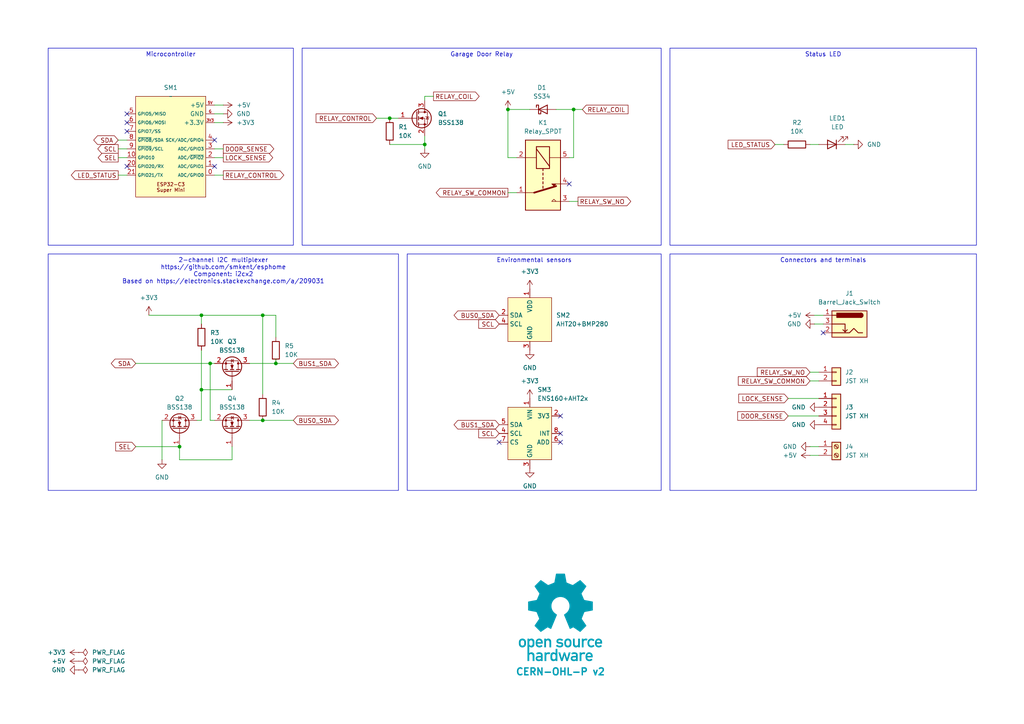
<source format=kicad_sch>
(kicad_sch (version 20231120) (generator "eeschema") (generator_version "8.0")
  (paper "A4")
  (lib_symbols
    (symbol "AHT20+BMP280_1"
      (property "Reference" "SM" (at 15.24 1.27 0))
      (property "Value" "AHT20+BMP280" (at 15.24 -1.27 0))
      (symbol "AHT20+BMP280_1_0_1"
        (rectangle (start -6.35 6.35) (end 6.35 -6.35) (fill (type background)))
      )
      (symbol "AHT20+BMP280_1_1_1"
        (pin power_in line (at 0 8.89 270) (length 2.54) (name "VDD") (number "1"))
        (pin bidirectional line (at -8.89 1.27 0) (length 2.54) (name "SDA") (number "2"))
        (pin power_in line (at 0 -8.89 90) (length 2.54) (name "GND") (number "3"))
        (pin input line (at -8.89 -1.27 0) (length 2.54) (name "SCL") (number "4"))
      )
    )
    (symbol "Connector:Barrel_Jack_Switch" (pin_names hide)
      (property "Reference" "J" (at 0 5.334 0))
      (property "Value" "Barrel_Jack_Switch" (at 0 -5.08 0))
      (symbol "Barrel_Jack_Switch_0_1"
        (rectangle (start -5.08 3.81) (end 5.08 -3.81) (stroke (width 0.254)) (fill (type background)))
        (arc (start -3.302 3.175) (mid -3.9343 2.54) (end -3.302 1.905) (stroke (width 0.254)))
        (arc (start -3.302 3.175) (mid -3.9343 2.54) (end -3.302 1.905) (stroke (width 0.254)) (fill (type outline)))
        (polyline (pts (xy 1.27 -2.286) (xy 1.905 -1.651)) (stroke (width 0.254)))
        (polyline (pts (xy 5.08 2.54) (xy 3.81 2.54)) (stroke (width 0.254)))
        (polyline (pts (xy 5.08 0) (xy 1.27 0) (xy 1.27 -2.286) (xy 0.635 -1.651)) (stroke (width 0.254)))
        (polyline (pts (xy -3.81 -2.54) (xy -2.54 -2.54) (xy -1.27 -1.27) (xy 0 -2.54) (xy 2.54 -2.54) (xy 5.08 -2.54)) (stroke (width 0.254)))
        (rectangle (start 3.683 3.175) (end -3.302 1.905) (stroke (width 0.254)) (fill (type outline)))
      )
      (symbol "Barrel_Jack_Switch_1_1"
        (pin passive line (at 7.62 2.54 180) (length 2.54) (name "~") (number "1"))
        (pin passive line (at 7.62 -2.54 180) (length 2.54) (name "~") (number "2"))
        (pin passive line (at 7.62 0 180) (length 2.54) (name "~") (number "3"))
      )
    )
    (symbol "Connector:Screw_Terminal_01x02" (pin_names (offset 1.016) hide)
      (property "Reference" "J" (at 0 2.54 0))
      (property "Value" "Screw_Terminal_01x02" (at 0 -5.08 0))
      (symbol "Screw_Terminal_01x02_1_1"
        (rectangle (start -1.27 1.27) (end 1.27 -3.81) (stroke (width 0.254)) (fill (type background)))
        (circle (center 0 -2.54) (radius 0.635) (stroke (width 0.1524)))
        (polyline (pts (xy -0.5334 -2.2098) (xy 0.3302 -3.048)) (stroke (width 0.1524)))
        (polyline (pts (xy -0.5334 0.3302) (xy 0.3302 -0.508)) (stroke (width 0.1524)))
        (polyline (pts (xy -0.3556 -2.032) (xy 0.508 -2.8702)) (stroke (width 0.1524)))
        (polyline (pts (xy -0.3556 0.508) (xy 0.508 -0.3302)) (stroke (width 0.1524)))
        (circle (center 0 0) (radius 0.635) (stroke (width 0.1524)))
        (pin passive line (at -5.08 0 0) (length 3.81) (name "Pin_1") (number "1"))
        (pin passive line (at -5.08 -2.54 0) (length 3.81) (name "Pin_2") (number "2"))
      )
    )
    (symbol "Connector_Generic:Conn_01x02" (pin_names (offset 1.016) hide)
      (property "Reference" "J" (at 0 2.54 0))
      (property "Value" "Conn_01x02" (at 0 -5.08 0))
      (symbol "Conn_01x02_1_1"
        (rectangle (start -1.27 -2.413) (end 0 -2.667) (stroke (width 0.1524)))
        (rectangle (start -1.27 0.127) (end 0 -0.127) (stroke (width 0.1524)))
        (rectangle (start -1.27 1.27) (end 1.27 -3.81) (stroke (width 0.254)) (fill (type background)))
        (pin passive line (at -5.08 0 0) (length 3.81) (name "Pin_1") (number "1"))
        (pin passive line (at -5.08 -2.54 0) (length 3.81) (name "Pin_2") (number "2"))
      )
    )
    (symbol "Connector_Generic:Conn_01x04" (pin_names (offset 1.016) hide)
      (property "Reference" "J" (at 0 5.08 0))
      (property "Value" "Conn_01x04" (at 0 -7.62 0))
      (symbol "Conn_01x04_1_1"
        (rectangle (start -1.27 -4.953) (end 0 -5.207) (stroke (width 0.1524)))
        (rectangle (start -1.27 -2.413) (end 0 -2.667) (stroke (width 0.1524)))
        (rectangle (start -1.27 0.127) (end 0 -0.127) (stroke (width 0.1524)))
        (rectangle (start -1.27 2.667) (end 0 2.413) (stroke (width 0.1524)))
        (rectangle (start -1.27 3.81) (end 1.27 -6.35) (stroke (width 0.254)) (fill (type background)))
        (pin passive line (at -5.08 2.54 0) (length 3.81) (name "Pin_1") (number "1"))
        (pin passive line (at -5.08 0 0) (length 3.81) (name "Pin_2") (number "2"))
        (pin passive line (at -5.08 -2.54 0) (length 3.81) (name "Pin_3") (number "3"))
        (pin passive line (at -5.08 -5.08 0) (length 3.81) (name "Pin_4") (number "4"))
      )
    )
    (symbol "Device:LED" (pin_numbers hide) (pin_names (offset 1.016) hide)
      (property "Reference" "D" (at 0 2.54 0))
      (property "Value" "LED" (at 0 -2.54 0))
      (symbol "LED_0_1"
        (polyline (pts (xy -1.27 -1.27) (xy -1.27 1.27)) (stroke (width 0.254)))
        (polyline (pts (xy -1.27 0) (xy 1.27 0)))
        (polyline (pts (xy 1.27 -1.27) (xy 1.27 1.27) (xy -1.27 0) (xy 1.27 -1.27)) (stroke (width 0.254)))
        (polyline (pts (xy -3.048 -0.762) (xy -4.572 -2.286) (xy -3.81 -2.286) (xy -4.572 -2.286) (xy -4.572 -1.524)))
        (polyline (pts (xy -1.778 -0.762) (xy -3.302 -2.286) (xy -2.54 -2.286) (xy -3.302 -2.286) (xy -3.302 -1.524)))
      )
      (symbol "LED_1_1"
        (pin passive line (at -3.81 0 0) (length 2.54) (name "K") (number "1"))
        (pin passive line (at 3.81 0 180) (length 2.54) (name "A") (number "2"))
      )
    )
    (symbol "Device:R" (pin_numbers hide) (pin_names (offset 0))
      (property "Reference" "R" (at 2.032 0 90))
      (property "Value" "R" (at 0 0 90))
      (symbol "R_0_1"
        (rectangle (start -1.016 -2.54) (end 1.016 2.54) (stroke (width 0.254)))
      )
      (symbol "R_1_1"
        (pin passive line (at 0 3.81 270) (length 1.27) (name "~") (number "1"))
        (pin passive line (at 0 -3.81 90) (length 1.27) (name "~") (number "2"))
      )
    )
    (symbol "Diode:SS34" (pin_numbers hide) (pin_names (offset 1.016) hide)
      (property "Reference" "D" (at 0 2.54 0))
      (property "Value" "SS34" (at 0 -2.54 0))
      (symbol "SS34_0_1"
        (polyline (pts (xy 1.27 0) (xy -1.27 0)))
        (polyline (pts (xy 1.27 1.27) (xy 1.27 -1.27) (xy -1.27 0) (xy 1.27 1.27)) (stroke (width 0.254)))
        (polyline (pts (xy -1.905 0.635) (xy -1.905 1.27) (xy -1.27 1.27) (xy -1.27 -1.27) (xy -0.635 -1.27) (xy -0.635 -0.635)) (stroke (width 0.254)))
      )
      (symbol "SS34_1_1"
        (pin passive line (at -3.81 0 0) (length 2.54) (name "K") (number "1"))
        (pin passive line (at 3.81 0 180) (length 2.54) (name "A") (number "2"))
      )
    )
    (symbol "ENS160+AHT2x_1"
      (property "Reference" "SM" (at 8.89 12.7 0))
      (property "Value" "ENS160+AHT2x" (at 8.89 10.16 0))
      (symbol "ENS160+AHT2x_1_0_1"
        (rectangle (start -6.35 7.62) (end 6.35 -7.62) (fill (type background)))
      )
      (symbol "ENS160+AHT2x_1_1_1"
        (pin power_in line (at 0 10.16 270) (length 2.54) (name "VIN") (number "1"))
        (pin power_out line (at 8.89 5.08 180) (length 2.54) (name "3V3") (number "2"))
        (pin power_in line (at 0 -10.16 90) (length 2.54) (name "GND") (number "3"))
        (pin input line (at -8.89 0 0) (length 2.54) (name "SCL") (number "4"))
        (pin bidirectional line (at -8.89 2.54 0) (length 2.54) (name "SDA") (number "5"))
        (pin input line (at 8.89 -2.54 180) (length 2.54) (name "ADD") (number "6"))
        (pin input line (at -8.89 -2.54 0) (length 2.54) (name "CS") (number "7"))
        (pin output line (at 8.89 0 180) (length 2.54) (name "INT") (number "8"))
      )
    )
    (symbol "Relay:SANYOU_SRD_Form_C"
      (property "Reference" "K" (at 11.43 3.81 0))
      (property "Value" "SANYOU_SRD_Form_C" (at 11.43 1.27 0))
      (symbol "SANYOU_SRD_Form_C_0_0"
        (polyline (pts (xy 7.62 5.08) (xy 7.62 2.54) (xy 6.985 3.175) (xy 7.62 3.81)))
      )
      (symbol "SANYOU_SRD_Form_C_0_1"
        (rectangle (start -10.16 5.08) (end 10.16 -5.08) (stroke (width 0.254)) (fill (type background)))
        (rectangle (start -8.255 1.905) (end -1.905 -1.905) (stroke (width 0.254)))
        (polyline (pts (xy -7.62 -1.905) (xy -2.54 1.905)) (stroke (width 0.254)))
        (polyline (pts (xy -5.08 -5.08) (xy -5.08 -1.905)))
        (polyline (pts (xy -5.08 5.08) (xy -5.08 1.905)))
        (polyline (pts (xy -1.905 0) (xy -1.27 0)) (stroke (width 0.254)))
        (polyline (pts (xy -0.635 0) (xy 0 0)) (stroke (width 0.254)))
        (polyline (pts (xy 0.635 0) (xy 1.27 0)) (stroke (width 0.254)))
        (polyline (pts (xy 1.905 0) (xy 2.54 0)) (stroke (width 0.254)))
        (polyline (pts (xy 3.175 0) (xy 3.81 0)) (stroke (width 0.254)))
        (polyline (pts (xy 5.08 -2.54) (xy 3.175 3.81)) (stroke (width 0.508)))
        (polyline (pts (xy 5.08 -2.54) (xy 5.08 -5.08)))
      )
      (symbol "SANYOU_SRD_Form_C_1_1"
        (polyline (pts (xy 2.54 3.81) (xy 3.175 3.175) (xy 2.54 2.54) (xy 2.54 5.08)) (fill (type outline)))
        (pin passive line (at 5.08 -7.62 90) (length 2.54) (name "~") (number "1"))
        (pin passive line (at -5.08 -7.62 90) (length 2.54) (name "~") (number "2"))
        (pin passive line (at 7.62 7.62 270) (length 2.54) (name "~") (number "3"))
        (pin passive line (at 2.54 7.62 270) (length 2.54) (name "~") (number "4"))
        (pin passive line (at -5.08 7.62 270) (length 2.54) (name "~") (number "5"))
      )
    )
    (symbol "Transistor_FET:BSS138" (pin_names hide)
      (property "Reference" "Q" (at 5.08 1.905 0))
      (property "Value" "BSS138" (at 5.08 0 0))
      (symbol "BSS138_0_1"
        (polyline (pts (xy 0.254 0) (xy -2.54 0)))
        (polyline (pts (xy 0.254 1.905) (xy 0.254 -1.905)) (stroke (width 0.254)))
        (polyline (pts (xy 0.762 -1.27) (xy 0.762 -2.286)) (stroke (width 0.254)))
        (polyline (pts (xy 0.762 0.508) (xy 0.762 -0.508)) (stroke (width 0.254)))
        (polyline (pts (xy 0.762 2.286) (xy 0.762 1.27)) (stroke (width 0.254)))
        (polyline (pts (xy 2.54 2.54) (xy 2.54 1.778)))
        (polyline (pts (xy 2.54 -2.54) (xy 2.54 0) (xy 0.762 0)))
        (polyline (pts (xy 0.762 -1.778) (xy 3.302 -1.778) (xy 3.302 1.778) (xy 0.762 1.778)))
        (polyline (pts (xy 1.016 0) (xy 2.032 0.381) (xy 2.032 -0.381) (xy 1.016 0)) (fill (type outline)))
        (polyline (pts (xy 2.794 0.508) (xy 2.921 0.381) (xy 3.683 0.381) (xy 3.81 0.254)))
        (polyline (pts (xy 3.302 0.381) (xy 2.921 -0.254) (xy 3.683 -0.254) (xy 3.302 0.381)))
        (circle (center 1.651 0) (radius 2.794) (stroke (width 0.254)))
        (circle (center 2.54 -1.778) (radius 0.254) (fill (type outline)))
        (circle (center 2.54 1.778) (radius 0.254) (fill (type outline)))
      )
      (symbol "BSS138_1_1"
        (pin input line (at -5.08 0 0) (length 2.54) (name "G") (number "1"))
        (pin passive line (at 2.54 -5.08 90) (length 2.54) (name "S") (number "2"))
        (pin passive line (at 2.54 5.08 270) (length 2.54) (name "D") (number "3"))
      )
    )
    (symbol "module:ESP32-C3-Super-Mini"
      (property "Reference" "SM" (at 0 18.288 0))
      (symbol "ESP32-C3-Super-Mini_0_1"
        (rectangle (start -10.16 13.97) (end 10.16 -15.24) (fill (type background)))
      )
      (symbol "ESP32-C3-Super-Mini_1_1"
        (text_box "ESP32-C3\nSuper Mini" (at -7.62 -10.16 0) (size 15.24 -5.08) (stroke (width -0.0001)) (effects (font (size 1.016 1.016)) (justify top)))
        (pin passive line (at 12.7 -8.89 180) (length 2.54) (name "ADC/GPIO0") (number "0"))
        (pin passive line (at 12.7 -6.35 180) (length 2.54) (name "ADC/GPIO1") (number "1"))
        (pin passive line (at -12.7 -3.81 0) (length 2.54) (name "GPIO10") (number "10"))
        (pin passive line (at 12.7 -3.81 180) (length 2.54) (name "ADC/~{GPIO2}") (number "2"))
        (pin passive line (at -12.7 -6.35 0) (length 2.54) (name "GPIO20/RX") (number "20"))
        (pin passive line (at -12.7 -8.89 0) (length 2.54) (name "GPIO21/TX") (number "21"))
        (pin passive line (at 12.7 -1.27 180) (length 2.54) (name "ADC/GPIO3") (number "3"))
        (pin power_in line (at 12.7 6.35 180) (length 2.54) (name "+3.3V") (number "3V3"))
        (pin passive line (at 12.7 1.27 180) (length 2.54) (name "SCK/ADC/GPIO4") (number "4"))
        (pin passive line (at -12.7 8.89 0) (length 2.54) (name "GPIO5/MISO") (number "5"))
        (pin power_in line (at 12.7 11.43 180) (length 2.54) (name "+5V") (number "5V"))
        (pin passive line (at -12.7 6.35 0) (length 2.54) (name "GPIO6/MOSI") (number "6"))
        (pin passive line (at -12.7 3.81 0) (length 2.54) (name "GPIO7/SS") (number "7"))
        (pin passive line (at -12.7 1.27 0) (length 2.54) (name "~{GPIO8}/SDA") (number "8"))
        (pin passive line (at -12.7 -1.27 0) (length 2.54) (name "~{GPIO9}/SCL") (number "9"))
        (pin power_in line (at 12.7 8.89 180) (length 2.54) (name "GND") (number "G"))
      )
    )
    (symbol "power:+3V3" (power) (pin_numbers hide) (pin_names (offset 0) hide)
      (property "Value" "+3V3" (at 0 3.556 0))
      (symbol "+3V3_0_1"
        (polyline (pts (xy -0.762 1.27) (xy 0 2.54)))
        (polyline (pts (xy 0 0) (xy 0 2.54)))
        (polyline (pts (xy 0 2.54) (xy 0.762 1.27)))
      )
      (symbol "+3V3_1_1"
        (pin power_in line (at 0 0 90) (length 0) (name "~") (number "1"))
      )
    )
    (symbol "power:+5V" (power) (pin_numbers hide) (pin_names (offset 0) hide)
      (property "Value" "+5V" (at 0 3.556 0))
      (symbol "+5V_0_1"
        (polyline (pts (xy -0.762 1.27) (xy 0 2.54)))
        (polyline (pts (xy 0 0) (xy 0 2.54)))
        (polyline (pts (xy 0 2.54) (xy 0.762 1.27)))
      )
      (symbol "+5V_1_1"
        (pin power_in line (at 0 0 90) (length 0) (name "~") (number "1"))
      )
    )
    (symbol "power:GND" (power) (pin_numbers hide) (pin_names (offset 0) hide)
      (property "Value" "GND" (at 0 -3.81 0))
      (symbol "GND_0_1"
        (polyline (pts (xy 0 0) (xy 0 -1.27) (xy 1.27 -1.27) (xy 0 -2.54) (xy -1.27 -1.27) (xy 0 -1.27)))
      )
      (symbol "GND_1_1"
        (pin power_in line (at 0 0 270) (length 0) (name "~") (number "1"))
      )
    )
    (symbol "power:PWR_FLAG" (power) (pin_numbers hide) (pin_names (offset 0) hide)
      (property "Value" "PWR_FLAG" (at 0 3.81 0))
      (symbol "PWR_FLAG_0_0"
        (pin power_out line (at 0 0 90) (length 0) (name "~") (number "1"))
      )
      (symbol "PWR_FLAG_0_1"
        (polyline (pts (xy 0 0) (xy 0 1.27) (xy -1.016 1.905) (xy 0 2.54) (xy 1.016 1.905) (xy 0 1.27)))
      )
    )
  )
  (junction (at 58.42 91.44))
  (junction (at 166.37 31.75))
  (junction (at 123.19 41.91))
  (junction (at 147.32 31.75))
  (junction (at 76.2 91.44))
  (junction (at 60.96 105.41))
  (junction (at 52.07 129.54))
  (junction (at 80.01 105.41))
  (junction (at 113.03 34.29))
  (junction (at 58.42 113.03))
  (junction (at 76.2 121.92))
  (no_connect (at 162.56 128.27))
  (no_connect (at 238.76 96.52))
  (no_connect (at 62.23 40.64))
  (no_connect (at 62.23 48.26))
  (no_connect (at 36.83 33.02))
  (no_connect (at 165.1 53.34))
  (no_connect (at 162.56 125.73))
  (no_connect (at 36.83 35.56))
  (no_connect (at 144.78 128.27))
  (no_connect (at 162.56 120.65))
  (no_connect (at 36.83 48.26))
  (no_connect (at 36.83 38.1))
  (wire (pts (xy 234.95 41.91) (xy 237.49 41.91)))
  (wire (pts (xy 113.03 34.29) (xy 115.57 34.29)))
  (wire (pts (xy 39.37 105.41) (xy 60.96 105.41)))
  (wire (pts (xy 58.42 101.6) (xy 58.42 113.03)))
  (wire (pts (xy 72.39 121.92) (xy 76.2 121.92)))
  (wire (pts (xy 34.29 43.18) (xy 36.83 43.18)))
  (wire (pts (xy 123.19 41.91) (xy 123.19 39.37)))
  (wire (pts (xy 80.01 104.14) (xy 80.01 105.41)))
  (wire (pts (xy 34.29 50.8) (xy 36.83 50.8)))
  (wire (pts (xy 147.32 55.88) (xy 149.86 55.88)))
  (wire (pts (xy 58.42 113.03) (xy 67.31 113.03)))
  (wire (pts (xy 123.19 43.18) (xy 123.19 41.91)))
  (wire (pts (xy 245.11 41.91) (xy 247.65 41.91)))
  (wire (pts (xy 236.22 93.98) (xy 238.76 93.98)))
  (wire (pts (xy 64.77 45.72) (xy 62.23 45.72)))
  (wire (pts (xy 52.07 133.35) (xy 67.31 133.35)))
  (wire (pts (xy 34.29 45.72) (xy 36.83 45.72)))
  (wire (pts (xy 167.64 58.42) (xy 165.1 58.42)))
  (wire (pts (xy 234.95 132.08) (xy 237.49 132.08)))
  (wire (pts (xy 113.03 41.91) (xy 123.19 41.91)))
  (wire (pts (xy 39.37 129.54) (xy 52.07 129.54)))
  (wire (pts (xy 62.23 105.41) (xy 60.96 105.41)))
  (wire (pts (xy 62.23 30.48) (xy 64.77 30.48)))
  (wire (pts (xy 80.01 91.44) (xy 80.01 97.79)))
  (wire (pts (xy 62.23 50.8) (xy 64.77 50.8)))
  (wire (pts (xy 166.37 31.75) (xy 168.91 31.75)))
  (wire (pts (xy 147.32 45.72) (xy 147.32 31.75)))
  (wire (pts (xy 64.77 43.18) (xy 62.23 43.18)))
  (wire (pts (xy 43.18 91.44) (xy 58.42 91.44)))
  (wire (pts (xy 52.07 133.35) (xy 52.07 129.54)))
  (wire (pts (xy 237.49 115.57) (xy 228.6 115.57)))
  (wire (pts (xy 125.73 27.94) (xy 123.19 27.94)))
  (wire (pts (xy 161.29 31.75) (xy 166.37 31.75)))
  (wire (pts (xy 58.42 113.03) (xy 58.42 121.92)))
  (wire (pts (xy 234.95 107.95) (xy 237.49 107.95)))
  (wire (pts (xy 123.19 27.94) (xy 123.19 29.21)))
  (wire (pts (xy 72.39 105.41) (xy 80.01 105.41)))
  (wire (pts (xy 237.49 120.65) (xy 228.6 120.65)))
  (wire (pts (xy 166.37 31.75) (xy 166.37 45.72)))
  (wire (pts (xy 60.96 121.92) (xy 62.23 121.92)))
  (wire (pts (xy 62.23 33.02) (xy 64.77 33.02)))
  (wire (pts (xy 166.37 45.72) (xy 165.1 45.72)))
  (wire (pts (xy 58.42 91.44) (xy 58.42 93.98)))
  (wire (pts (xy 67.31 133.35) (xy 67.31 129.54)))
  (wire (pts (xy 234.95 110.49) (xy 237.49 110.49)))
  (wire (pts (xy 58.42 91.44) (xy 76.2 91.44)))
  (wire (pts (xy 236.22 91.44) (xy 238.76 91.44)))
  (wire (pts (xy 234.95 129.54) (xy 237.49 129.54)))
  (wire (pts (xy 76.2 91.44) (xy 76.2 114.3)))
  (wire (pts (xy 46.99 121.92) (xy 46.99 133.35)))
  (wire (pts (xy 76.2 121.92) (xy 85.09 121.92)))
  (wire (pts (xy 147.32 31.75) (xy 153.67 31.75)))
  (wire (pts (xy 80.01 105.41) (xy 85.09 105.41)))
  (wire (pts (xy 109.22 34.29) (xy 113.03 34.29)))
  (wire (pts (xy 57.15 121.92) (xy 58.42 121.92)))
  (wire (pts (xy 224.79 41.91) (xy 227.33 41.91)))
  (wire (pts (xy 76.2 91.44) (xy 80.01 91.44)))
  (wire (pts (xy 149.86 45.72) (xy 147.32 45.72)))
  (wire (pts (xy 64.77 35.56) (xy 62.23 35.56)))
  (wire (pts (xy 34.29 40.64) (xy 36.83 40.64)))
  (wire (pts (xy 60.96 105.41) (xy 60.96 121.92)))
  (image (at 162.56 179.07) (scale 0.37481))
  (text_box "Garage Door Relay" (at 87.63 13.97 0) (size 104.14 57.15) (effects (font (size 1.27 1.27)) (justify top)))
  (text_box "2-channel I2C multiplexer\nhttps://github.com/smkent/esphome\nComponent: i2cx2\nBased on https://electronics.stackexchange.com/a/209031" (at 13.97 73.66 0) (size 101.6 68.58) (effects (font (size 1.27 1.27)) (justify top)))
  (text_box "Environmental sensors" (at 118.11 73.66 0) (size 73.66 68.58) (effects (font (size 1.27 1.27)) (justify top)))
  (text_box "Microcontroller" (at 13.97 13.97 0) (size 71.12 57.15) (effects (font (size 1.27 1.27)) (justify top)))
  (text_box "Status LED" (at 194.31 13.97 0) (size 88.9 57.15) (effects (font (size 1.27 1.27)) (justify top)))
  (text_box "Connectors and terminals" (at 194.31 73.66 0) (size 88.9 68.58) (effects (font (size 1.27 1.27)) (justify top)))
  (text "CERN-OHL-P v2" (at 162.56 195.072 0) (effects (font (size 2 2) (thickness 0.4) (bold yes))))
  (global_label "SEL" (shape input) (at 39.37 129.54 180) (property "Intersheetrefs" "${INTERSHEET_REFS}" (effects (hide yes))))
  (global_label "RELAY_SW_NO" (shape input) (at 234.95 107.95 180) (property "Intersheetrefs" "${INTERSHEET_REFS}" (effects (hide yes))))
  (global_label "DOOR_SENSE" (shape output) (at 64.77 43.18 0) (property "Intersheetrefs" "${INTERSHEET_REFS}" (effects (hide yes))))
  (global_label "LED_STATUS" (shape input) (at 224.79 41.91 180) (property "Intersheetrefs" "${INTERSHEET_REFS}" (effects (hide yes))))
  (global_label "RELAY_CONTROL" (shape input) (at 109.22 34.29 180) (property "Intersheetrefs" "${INTERSHEET_REFS}" (effects (hide yes))))
  (global_label "LOCK_SENSE" (shape input) (at 228.6 115.57 180) (property "Intersheetrefs" "${INTERSHEET_REFS}" (effects (hide yes))))
  (global_label "SDA" (shape bidirectional) (at 34.29 40.64 180) (property "Intersheetrefs" "${INTERSHEET_REFS}" (effects (hide yes))))
  (global_label "LED_STATUS" (shape output) (at 34.29 50.8 180) (property "Intersheetrefs" "${INTERSHEET_REFS}" (effects (hide yes))))
  (global_label "SCL" (shape output) (at 34.29 43.18 180) (property "Intersheetrefs" "${INTERSHEET_REFS}" (effects (hide yes))))
  (global_label "BUS0_SDA" (shape bidirectional) (at 144.78 91.44 180) (property "Intersheetrefs" "${INTERSHEET_REFS}" (effects (hide yes))))
  (global_label "RELAY_COIL" (shape output) (at 125.73 27.94 0) (property "Intersheetrefs" "${INTERSHEET_REFS}" (effects (hide yes))))
  (global_label "RELAY_SW_COMMON" (shape output) (at 147.32 55.88 180) (property "Intersheetrefs" "${INTERSHEET_REFS}" (effects (hide yes))))
  (global_label "BUS0_SDA" (shape bidirectional) (at 85.09 121.92 0) (property "Intersheetrefs" "${INTERSHEET_REFS}" (effects (hide yes))))
  (global_label "RELAY_COIL" (shape input) (at 168.91 31.75 0) (property "Intersheetrefs" "${INTERSHEET_REFS}" (effects (hide yes))))
  (global_label "LOCK_SENSE" (shape output) (at 64.77 45.72 0) (property "Intersheetrefs" "${INTERSHEET_REFS}" (effects (hide yes))))
  (global_label "RELAY_SW_NO" (shape output) (at 167.64 58.42 0) (property "Intersheetrefs" "${INTERSHEET_REFS}" (effects (hide yes))))
  (global_label "RELAY_CONTROL" (shape output) (at 64.77 50.8 0) (property "Intersheetrefs" "${INTERSHEET_REFS}" (effects (hide yes))))
  (global_label "SDA" (shape bidirectional) (at 39.37 105.41 180) (property "Intersheetrefs" "${INTERSHEET_REFS}" (effects (hide yes))))
  (global_label "SCL" (shape input) (at 144.78 93.98 180) (property "Intersheetrefs" "${INTERSHEET_REFS}" (effects (hide yes))))
  (global_label "DOOR_SENSE" (shape input) (at 228.6 120.65 180) (property "Intersheetrefs" "${INTERSHEET_REFS}" (effects (hide yes))))
  (global_label "SEL" (shape output) (at 34.29 45.72 180) (property "Intersheetrefs" "${INTERSHEET_REFS}" (effects (hide yes))))
  (global_label "RELAY_SW_COMMON" (shape input) (at 234.95 110.49 180) (property "Intersheetrefs" "${INTERSHEET_REFS}" (effects (hide yes))))
  (global_label "SCL" (shape input) (at 144.78 125.73 180) (property "Intersheetrefs" "${INTERSHEET_REFS}" (effects (hide yes))))
  (global_label "BUS1_SDA" (shape bidirectional) (at 85.09 105.41 0) (property "Intersheetrefs" "${INTERSHEET_REFS}" (effects (hide yes))))
  (global_label "BUS1_SDA" (shape bidirectional) (at 144.78 123.19 180) (property "Intersheetrefs" "${INTERSHEET_REFS}" (effects (hide yes))))
  (symbol (lib_id "power:GND") (at 237.49 118.11 270) (unit 1)
    (property "Reference" "#PWR012" (effects (hide yes)))
    (property "Value" "GND" (at 233.68 118.1099 90) (effects (justify right)))
    (property "Description" "Power symbol creates a global label with name \"GND\" , ground" (effects (hide yes)))
  )
  (symbol (lib_id "Device:LED") (at 241.3 41.91 180) (unit 1)
    (property "Reference" "LED1" (at 242.8875 34.29 0))
    (property "Value" "LED" (at 242.8875 36.83 0))
    (property "Footprint" "custom:LED_0805_2012Metric_Pad1.15x1.40mm_HandSolder_simple" (effects (hide yes)))
  )
  (symbol (lib_id "power:GND") (at 236.22 93.98 270) (unit 1)
    (property "Reference" "#PWR011" (effects (hide yes)))
    (property "Value" "GND" (at 232.41 93.9799 90) (effects (justify right)))
    (property "Description" "Power symbol creates a global label with name \"GND\" , ground" (effects (hide yes)))
  )
  (symbol (lib_id "Connector_Generic:Conn_01x02") (at 242.57 107.95 0) (unit 1)
    (property "Reference" "J2" (at 245.11 107.9499 0) (effects (justify left)))
    (property "Value" "JST XH" (at 245.11 110.4899 0) (effects (justify left)))
    (property "Footprint" "Connector_JST:JST_XH_B2B-XH-A_1x02_P2.50mm_Vertical" (effects (hide yes)))
    (property "Description" "Generic connector, single row, 01x02, script generated (kicad-library-utils/schlib/autogen/connector/)" (effects (hide yes)))
  )
  (symbol (lib_id "Connector:Barrel_Jack_Switch") (at 246.38 93.98 0) (mirror y) (unit 1)
    (property "Reference" "J1" (at 246.38 85.09 0))
    (property "Value" "Barrel_Jack_Switch" (at 246.38 87.63 0))
    (property "Footprint" "Connector_BarrelJack:BarrelJack_CLIFF_FC681465S_SMT_Horizontal" (effects (hide yes)))
    (property "Description" "DC Barrel Jack with an internal switch" (effects (hide yes)))
  )
  (symbol (lib_id "power:GND") (at 234.95 129.54 270) (unit 1)
    (property "Reference" "#PWR015" (effects (hide yes)))
    (property "Value" "GND" (at 231.14 129.5399 90) (effects (justify right)))
    (property "Description" "Power symbol creates a global label with name \"GND\" , ground" (effects (hide yes)))
  )
  (symbol (lib_id "power:GND") (at 153.67 101.6 0) (unit 1)
    (property "Reference" "#PWR09" (effects (hide yes)))
    (property "Value" "GND" (at 153.67 106.68 0))
  )
  (symbol (lib_id "power:+5V") (at 236.22 91.44 90) (unit 1)
    (property "Reference" "#PWR010" (effects (hide yes)))
    (property "Value" "+5V" (at 232.41 91.4399 90) (effects (justify left)))
    (property "Description" "Power symbol creates a global label with name \"+5V\"" (effects (hide yes)))
  )
  (symbol (lib_id "power:+3V3") (at 22.86 189.23 90) (unit 1)
    (property "Reference" "#PWR016" (effects (hide yes)))
    (property "Value" "+3V3" (at 19.05 189.2299 90) (effects (justify left)))
    (property "Description" "Power symbol creates a global label with name \"+3V3\"" (effects (hide yes)))
  )
  (symbol (lib_id "Device:R") (at 113.03 38.1 180) (unit 1)
    (property "Reference" "R1" (at 115.57 36.8299 0) (effects (justify right)))
    (property "Value" "10K" (at 115.57 39.3699 0) (effects (justify right)))
    (property "Footprint" "Resistor_SMD:R_0805_2012Metric_Pad1.20x1.40mm_HandSolder" (effects (hide yes)))
    (property "Description" "Resistor" (effects (hide yes)))
  )
  (symbol (lib_id "power:+3V3") (at 153.67 115.57 0) (unit 1)
    (property "Reference" "#PWR05" (effects (hide yes)))
    (property "Value" "+3V3" (at 153.67 110.49 0))
    (property "Description" "Power symbol creates a global label with name \"+3V3\"" (effects (hide yes)))
  )
  (symbol (lib_id "power:PWR_FLAG") (at 22.86 189.23 270) (unit 1)
    (property "Reference" "#FLG05" (effects (hide yes)))
    (property "Value" "PWR_FLAG" (at 26.67 189.2299 90) (effects (justify left)))
    (property "Description" "Special symbol for telling ERC where power comes from" (effects (hide yes)))
  )
  (symbol (lib_id "Connector_Generic:Conn_01x04") (at 242.57 118.11 0) (unit 1)
    (property "Reference" "J3" (at 245.11 118.1099 0) (effects (justify left)))
    (property "Value" "JST XH" (at 245.11 120.6499 0) (effects (justify left)))
    (property "Footprint" "Connector_JST:JST_XH_B4B-XH-A_1x04_P2.50mm_Vertical" (effects (hide yes)))
    (property "Description" "Generic connector, single row, 01x04, script generated (kicad-library-utils/schlib/autogen/connector/)" (effects (hide yes)))
  )
  (symbol (lib_name "ENS160+AHT2x_1") (lib_id "module:ENS160+AHT2x") (at 153.67 125.73 0) (unit 1)
    (property "Reference" "SM3" (at 155.8641 113.03 0) (effects (justify left)))
    (property "Value" "ENS160+AHT2x" (at 155.8641 115.57 0) (effects (justify left)))
    (property "Footprint" "module:ENS160+AHT2x-noholes" (effects (hide yes)))
    (property "Datasheet" "https://www.sciosense.com/wp-content/uploads/2023/12/ENS160-Datasheet.pdf" (effects (hide yes)))
    (property "Description" "Combination Air Quality, Digital Temperature Sensor module" (effects (hide yes)))
    (property "Datasheet2" "https://cdn-learn.adafruit.com/assets/assets/000/123/394/original/Data_Sheet_AHT20.pdf?1691532479" (effects (hide yes)))
  )
  (symbol (lib_id "Connector:Screw_Terminal_01x02") (at 242.57 129.54 0) (unit 1)
    (property "Reference" "J4" (at 245.11 129.5399 0) (effects (justify left)))
    (property "Value" "JST XH" (at 245.11 132.0799 0) (effects (justify left)))
    (property "Footprint" "TerminalBlock_Phoenix:TerminalBlock_Phoenix_MKDS-1,5-2-5.08_1x02_P5.08mm_Horizontal" (effects (hide yes)))
    (property "Description" "Generic screw terminal, single row, 01x02, script generated (kicad-library-utils/schlib/autogen/connector/)" (effects (hide yes)))
  )
  (symbol (lib_id "power:+5V") (at 147.32 31.75 0) (unit 1)
    (property "Reference" "#PWR024" (effects (hide yes)))
    (property "Value" "+5V" (at 147.32 26.67 0))
    (property "Description" "Power symbol creates a global label with name \"+5V\"" (effects (hide yes)))
  )
  (symbol (lib_id "power:GND") (at 237.49 123.19 270) (unit 1)
    (property "Reference" "#PWR013" (effects (hide yes)))
    (property "Value" "GND" (at 233.68 123.1899 90) (effects (justify right)))
    (property "Description" "Power symbol creates a global label with name \"GND\" , ground" (effects (hide yes)))
  )
  (symbol (lib_id "power:PWR_FLAG") (at 22.86 191.77 270) (unit 1)
    (property "Reference" "#FLG01" (effects (hide yes)))
    (property "Value" "PWR_FLAG" (at 26.67 191.7699 90) (effects (justify left)))
    (property "Description" "Special symbol for telling ERC where power comes from" (effects (hide yes)))
  )
  (symbol (lib_id "Device:R") (at 80.01 101.6 180) (unit 1)
    (property "Reference" "R5" (at 82.55 100.3299 0) (effects (justify right)))
    (property "Value" "10K" (at 82.55 102.8699 0) (effects (justify right)))
    (property "Footprint" "Resistor_SMD:R_0805_2012Metric_Pad1.20x1.40mm_HandSolder" (effects (hide yes)))
    (property "Description" "Resistor" (effects (hide yes)))
  )
  (symbol (lib_id "power:+5V") (at 22.86 191.77 90) (unit 1)
    (property "Reference" "#PWR02" (effects (hide yes)))
    (property "Value" "+5V" (at 19.05 191.7699 90) (effects (justify left)))
    (property "Description" "Power symbol creates a global label with name \"+5V\"" (effects (hide yes)))
  )
  (symbol (lib_id "Transistor_FET:BSS138") (at 67.31 124.46 270) (mirror x) (unit 1)
    (property "Reference" "Q4" (at 67.31 115.57 90))
    (property "Value" "BSS138" (at 67.31 118.11 90))
    (property "Footprint" "Package_TO_SOT_SMD:SOT-23" (effects (hide yes)))
    (property "Datasheet" "https://www.onsemi.com/pub/Collateral/BSS138-D.PDF" (effects (hide yes)))
    (property "Description" "50V Vds, 0.22A Id, N-Channel MOSFET, SOT-23" (effects (hide yes)))
  )
  (symbol (lib_id "Device:R") (at 76.2 118.11 180) (unit 1)
    (property "Reference" "R4" (at 78.74 116.8399 0) (effects (justify right)))
    (property "Value" "10K" (at 78.74 119.3799 0) (effects (justify right)))
    (property "Footprint" "Resistor_SMD:R_0805_2012Metric_Pad1.20x1.40mm_HandSolder" (effects (hide yes)))
    (property "Description" "Resistor" (effects (hide yes)))
  )
  (symbol (lib_id "Device:R") (at 231.14 41.91 270) (unit 1)
    (property "Reference" "R2" (at 231.14 35.56 90))
    (property "Value" "10K" (at 231.14 38.1 90))
    (property "Footprint" "Resistor_SMD:R_0805_2012Metric_Pad1.20x1.40mm_HandSolder" (effects (hide yes)))
  )
  (symbol (lib_id "power:PWR_FLAG") (at 22.86 194.31 270) (unit 1)
    (property "Reference" "#FLG02" (effects (hide yes)))
    (property "Value" "PWR_FLAG" (at 26.67 194.3099 90) (effects (justify left)))
    (property "Description" "Special symbol for telling ERC where power comes from" (effects (hide yes)))
  )
  (symbol (lib_id "power:GND") (at 123.19 43.18 0) (unit 1)
    (property "Reference" "#PWR08" (effects (hide yes)))
    (property "Value" "GND" (at 123.19 48.26 0))
    (property "Description" "Power symbol creates a global label with name \"GND\" , ground" (effects (hide yes)))
  )
  (symbol (lib_name "AHT20+BMP280_1") (lib_id "module:AHT20+BMP280") (at 153.67 92.71 0) (unit 1)
    (property "Reference" "SM2" (at 161.29 91.4399 0) (effects (justify left)))
    (property "Value" "AHT20+BMP280" (at 161.29 93.9799 0) (effects (justify left)))
    (property "Footprint" "module:AHT20+BMP280-noholes" (effects (hide yes)))
    (property "Datasheet" "https://cdn-learn.adafruit.com/assets/assets/000/123/394/original/Data_Sheet_AHT20.pdf?1691532479" (effects (hide yes)))
    (property "Description" "Combination Digital Temperature, Absolute Barometric Pressure Sensor module" (effects (hide yes)))
    (property "Datasheet2" "https://ae-bst.resource.bosch.com/media/_tech/media/datasheets/BST-BMP280-DS001.pdf" (effects (hide yes)))
  )
  (symbol (lib_id "power:+5V") (at 234.95 132.08 90) (unit 1)
    (property "Reference" "#PWR017" (effects (hide yes)))
    (property "Value" "+5V" (at 231.14 132.0799 90) (effects (justify left)))
    (property "Description" "Power symbol creates a global label with name \"+5V\"" (effects (hide yes)))
  )
  (symbol (lib_id "power:GND") (at 153.67 135.89 0) (unit 1)
    (property "Reference" "#PWR06" (effects (hide yes)))
    (property "Value" "GND" (at 153.67 140.97 0))
  )
  (symbol (lib_id "Diode:SS34") (at 157.48 31.75 0) (unit 1)
    (property "Reference" "D1" (at 157.1625 25.4 0))
    (property "Value" "SS34" (at 157.1625 27.94 0))
    (property "Footprint" "package:D_SMA" (effects (hide yes)))
    (property "Datasheet" "https://www.vishay.com/docs/88751/ss32.pdf" (effects (hide yes)))
    (property "Description" "40V 3A Schottky Diode, SMA" (effects (hide yes)))
  )
  (symbol (lib_id "power:+3V3") (at 43.18 91.44 0) (unit 1)
    (property "Reference" "#PWR03" (effects (hide yes)))
    (property "Value" "+3V3" (at 43.18 86.36 0))
    (property "Description" "Power symbol creates a global label with name \"+3V3\"" (effects (hide yes)))
  )
  (symbol (lib_id "Transistor_FET:BSS138") (at 120.65 34.29 0) (unit 1)
    (property "Reference" "Q1" (at 127 33.0199 0) (effects (justify left)))
    (property "Value" "BSS138" (at 127 35.5599 0) (effects (justify left)))
    (property "Footprint" "Package_TO_SOT_SMD:SOT-23" (effects (hide yes)))
    (property "Datasheet" "https://www.onsemi.com/pub/Collateral/BSS138-D.PDF" (effects (hide yes)))
    (property "Description" "50V Vds, 0.22A Id, N-Channel MOSFET, SOT-23" (effects (hide yes)))
  )
  (symbol (lib_id "Device:R") (at 58.42 97.79 180) (unit 1)
    (property "Reference" "R3" (at 60.96 96.5199 0) (effects (justify right)))
    (property "Value" "10K" (at 60.96 99.0599 0) (effects (justify right)))
    (property "Footprint" "Resistor_SMD:R_0805_2012Metric_Pad1.20x1.40mm_HandSolder" (effects (hide yes)))
    (property "Description" "Resistor" (effects (hide yes)))
  )
  (symbol (lib_id "power:+3V3") (at 64.77 35.56 270) (unit 1)
    (property "Reference" "#PWR020" (effects (hide yes)))
    (property "Value" "+3V3" (at 68.58 35.5601 90) (effects (justify left)))
    (property "Description" "Power symbol creates a global label with name \"+3V3\"" (effects (hide yes)))
  )
  (symbol (lib_id "Transistor_FET:BSS138") (at 67.31 107.95 270) (mirror x) (unit 1)
    (property "Reference" "Q3" (at 67.31 99.06 90))
    (property "Value" "BSS138" (at 67.31 101.6 90))
    (property "Footprint" "Package_TO_SOT_SMD:SOT-23" (effects (hide yes)))
    (property "Datasheet" "https://www.onsemi.com/pub/Collateral/BSS138-D.PDF" (effects (hide yes)))
    (property "Description" "50V Vds, 0.22A Id, N-Channel MOSFET, SOT-23" (effects (hide yes)))
  )
  (symbol (lib_id "power:+5V") (at 64.77 30.48 270) (unit 1)
    (property "Reference" "#PWR018" (effects (hide yes)))
    (property "Value" "+5V" (at 68.58 30.4801 90) (effects (justify left)))
    (property "Description" "Power symbol creates a global label with name \"+5V\"" (effects (hide yes)))
  )
  (symbol (lib_id "power:GND") (at 46.99 133.35 0) (unit 1)
    (property "Reference" "#PWR04" (effects (hide yes)))
    (property "Value" "GND" (at 46.99 138.43 0))
  )
  (symbol (lib_id "Transistor_FET:BSS138") (at 52.07 124.46 270) (mirror x) (unit 1)
    (property "Reference" "Q2" (at 52.07 115.57 90))
    (property "Value" "BSS138" (at 52.07 118.11 90))
    (property "Footprint" "Package_TO_SOT_SMD:SOT-23" (effects (hide yes)))
    (property "Datasheet" "https://www.onsemi.com/pub/Collateral/BSS138-D.PDF" (effects (hide yes)))
    (property "Description" "50V Vds, 0.22A Id, N-Channel MOSFET, SOT-23" (effects (hide yes)))
  )
  (symbol (lib_id "power:GND") (at 22.86 194.31 270) (unit 1)
    (property "Reference" "#PWR01" (effects (hide yes)))
    (property "Value" "GND" (at 19.05 194.3099 90) (effects (justify right)))
    (property "Description" "Power symbol creates a global label with name \"GND\" , ground" (effects (hide yes)))
  )
  (symbol (lib_id "power:GND") (at 64.77 33.02 90) (unit 1)
    (property "Reference" "#PWR019" (effects (hide yes)))
    (property "Value" "GND" (at 68.58 33.0201 90) (effects (justify right)))
    (property "Description" "Power symbol creates a global label with name \"GND\" , ground" (effects (hide yes)))
  )
  (symbol (lib_id "module:ESP32-C3-Super-Mini") (at 49.53 41.91 0) (unit 1)
    (property "Reference" "SM1" (at 49.53 25.4 0))
    (property "Value" "~" (at 49.53 27.94 0))
    (property "Footprint" "module:ESP32-C3-Super-Mini-Pins" (effects (hide yes)))
  )
  (symbol (lib_id "power:GND") (at 247.65 41.91 90) (unit 1)
    (property "Reference" "#PWR014" (effects (hide yes)))
    (property "Value" "GND" (at 251.46 41.91 90) (effects (justify right)))
  )
  (symbol (lib_id "Relay:SANYOU_SRD_Form_C") (at 157.48 50.8 270) (unit 1)
    (property "Reference" "K1" (at 157.48 35.56 90))
    (property "Value" "Relay_SPDT" (at 157.48 38.1 90))
    (property "Footprint" "Relay_THT:Relay_SPDT_SANYOU_SRD_Series_Form_C" (effects (hide yes)))
    (property "Datasheet" "http://www.sanyourelay.ca/public/products/pdf/SRD.pdf" (effects (hide yes)))
    (property "Description" "Sanyo SRD relay, Single Pole Miniature Power Relay," (effects (hide yes)))
  )
  (symbol (lib_id "power:+3V3") (at 153.67 83.82 0) (unit 1)
    (property "Reference" "#PWR07" (effects (hide yes)))
    (property "Value" "+3V3" (at 153.67 78.74 0))
    (property "Description" "Power symbol creates a global label with name \"+3V3\"" (effects (hide yes)))
  )
)
</source>
